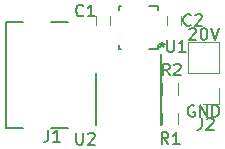
<source format=gto>
G04 #@! TF.GenerationSoftware,KiCad,Pcbnew,(5.1.10)-1*
G04 #@! TF.CreationDate,2021-08-01T16:11:52+09:00*
G04 #@! TF.ProjectId,IP2721_15V,49503237-3231-45f3-9135-562e6b696361,rev?*
G04 #@! TF.SameCoordinates,Original*
G04 #@! TF.FileFunction,Legend,Top*
G04 #@! TF.FilePolarity,Positive*
%FSLAX46Y46*%
G04 Gerber Fmt 4.6, Leading zero omitted, Abs format (unit mm)*
G04 Created by KiCad (PCBNEW (5.1.10)-1) date 2021-08-01 16:11:52*
%MOMM*%
%LPD*%
G01*
G04 APERTURE LIST*
%ADD10C,0.150000*%
%ADD11C,0.120000*%
%ADD12C,0.127000*%
%ADD13C,0.152400*%
G04 APERTURE END LIST*
D10*
X147438095Y-82600000D02*
X147342857Y-82552380D01*
X147200000Y-82552380D01*
X147057142Y-82600000D01*
X146961904Y-82695238D01*
X146914285Y-82790476D01*
X146866666Y-82980952D01*
X146866666Y-83123809D01*
X146914285Y-83314285D01*
X146961904Y-83409523D01*
X147057142Y-83504761D01*
X147200000Y-83552380D01*
X147295238Y-83552380D01*
X147438095Y-83504761D01*
X147485714Y-83457142D01*
X147485714Y-83123809D01*
X147295238Y-83123809D01*
X147914285Y-83552380D02*
X147914285Y-82552380D01*
X148485714Y-83552380D01*
X148485714Y-82552380D01*
X148961904Y-83552380D02*
X148961904Y-82552380D01*
X149200000Y-82552380D01*
X149342857Y-82600000D01*
X149438095Y-82695238D01*
X149485714Y-82790476D01*
X149533333Y-82980952D01*
X149533333Y-83123809D01*
X149485714Y-83314285D01*
X149438095Y-83409523D01*
X149342857Y-83504761D01*
X149200000Y-83552380D01*
X148961904Y-83552380D01*
X147009523Y-76147619D02*
X147057142Y-76100000D01*
X147152380Y-76052380D01*
X147390476Y-76052380D01*
X147485714Y-76100000D01*
X147533333Y-76147619D01*
X147580952Y-76242857D01*
X147580952Y-76338095D01*
X147533333Y-76480952D01*
X146961904Y-77052380D01*
X147580952Y-77052380D01*
X148200000Y-76052380D02*
X148295238Y-76052380D01*
X148390476Y-76100000D01*
X148438095Y-76147619D01*
X148485714Y-76242857D01*
X148533333Y-76433333D01*
X148533333Y-76671428D01*
X148485714Y-76861904D01*
X148438095Y-76957142D01*
X148390476Y-77004761D01*
X148295238Y-77052380D01*
X148200000Y-77052380D01*
X148104761Y-77004761D01*
X148057142Y-76957142D01*
X148009523Y-76861904D01*
X147961904Y-76671428D01*
X147961904Y-76433333D01*
X148009523Y-76242857D01*
X148057142Y-76147619D01*
X148104761Y-76100000D01*
X148200000Y-76052380D01*
X148819047Y-76052380D02*
X149152380Y-77052380D01*
X149485714Y-76052380D01*
D11*
X139100000Y-75750000D02*
X139100000Y-75050000D01*
X140300000Y-75050000D02*
X140300000Y-75750000D01*
X146300000Y-75050000D02*
X146300000Y-75750000D01*
X145100000Y-75750000D02*
X145100000Y-75050000D01*
D12*
X131500000Y-75530000D02*
X131500000Y-84470000D01*
X135270000Y-84470000D02*
X136730000Y-84470000D01*
X131500000Y-84470000D02*
X132930000Y-84470000D01*
X135270000Y-75530000D02*
X136730000Y-75530000D01*
X131500000Y-75530000D02*
X132930000Y-75530000D01*
D11*
X149530000Y-77230000D02*
X146870000Y-77230000D01*
X149530000Y-79830000D02*
X149530000Y-77230000D01*
X146870000Y-79830000D02*
X146870000Y-77230000D01*
X149530000Y-79830000D02*
X146870000Y-79830000D01*
X149530000Y-81100000D02*
X149530000Y-82430000D01*
X149530000Y-82430000D02*
X148200000Y-82430000D01*
X144720000Y-84200000D02*
X144720000Y-83200000D01*
X146080000Y-83200000D02*
X146080000Y-84200000D01*
X146080000Y-80700000D02*
X146080000Y-81700000D01*
X144720000Y-81700000D02*
X144720000Y-80700000D01*
D13*
X143629850Y-77828800D02*
X144325600Y-77828800D01*
X141262150Y-74171200D02*
X141074400Y-74171200D01*
X141074400Y-77460139D02*
X141074400Y-77828800D01*
X144325600Y-74539861D02*
X144325600Y-74171200D01*
X144325600Y-77828800D02*
X144325600Y-77460139D01*
X141074400Y-77828800D02*
X141262150Y-77828800D01*
X141074400Y-74171200D02*
X141074400Y-74539861D01*
X144325600Y-74171200D02*
X143629850Y-74171200D01*
D10*
X139075000Y-79850000D02*
X139075000Y-84250000D01*
X144600000Y-78275000D02*
X144600000Y-84250000D01*
X138033333Y-74957142D02*
X137985714Y-75004761D01*
X137842857Y-75052380D01*
X137747619Y-75052380D01*
X137604761Y-75004761D01*
X137509523Y-74909523D01*
X137461904Y-74814285D01*
X137414285Y-74623809D01*
X137414285Y-74480952D01*
X137461904Y-74290476D01*
X137509523Y-74195238D01*
X137604761Y-74100000D01*
X137747619Y-74052380D01*
X137842857Y-74052380D01*
X137985714Y-74100000D01*
X138033333Y-74147619D01*
X138985714Y-75052380D02*
X138414285Y-75052380D01*
X138700000Y-75052380D02*
X138700000Y-74052380D01*
X138604761Y-74195238D01*
X138509523Y-74290476D01*
X138414285Y-74338095D01*
X147133333Y-75757142D02*
X147085714Y-75804761D01*
X146942857Y-75852380D01*
X146847619Y-75852380D01*
X146704761Y-75804761D01*
X146609523Y-75709523D01*
X146561904Y-75614285D01*
X146514285Y-75423809D01*
X146514285Y-75280952D01*
X146561904Y-75090476D01*
X146609523Y-74995238D01*
X146704761Y-74900000D01*
X146847619Y-74852380D01*
X146942857Y-74852380D01*
X147085714Y-74900000D01*
X147133333Y-74947619D01*
X147514285Y-74947619D02*
X147561904Y-74900000D01*
X147657142Y-74852380D01*
X147895238Y-74852380D01*
X147990476Y-74900000D01*
X148038095Y-74947619D01*
X148085714Y-75042857D01*
X148085714Y-75138095D01*
X148038095Y-75280952D01*
X147466666Y-75852380D01*
X148085714Y-75852380D01*
X135066666Y-84652380D02*
X135066666Y-85366666D01*
X135019047Y-85509523D01*
X134923809Y-85604761D01*
X134780952Y-85652380D01*
X134685714Y-85652380D01*
X136066666Y-85652380D02*
X135495238Y-85652380D01*
X135780952Y-85652380D02*
X135780952Y-84652380D01*
X135685714Y-84795238D01*
X135590476Y-84890476D01*
X135495238Y-84938095D01*
X148066666Y-83652380D02*
X148066666Y-84366666D01*
X148019047Y-84509523D01*
X147923809Y-84604761D01*
X147780952Y-84652380D01*
X147685714Y-84652380D01*
X148495238Y-83747619D02*
X148542857Y-83700000D01*
X148638095Y-83652380D01*
X148876190Y-83652380D01*
X148971428Y-83700000D01*
X149019047Y-83747619D01*
X149066666Y-83842857D01*
X149066666Y-83938095D01*
X149019047Y-84080952D01*
X148447619Y-84652380D01*
X149066666Y-84652380D01*
X145233333Y-85852380D02*
X144900000Y-85376190D01*
X144661904Y-85852380D02*
X144661904Y-84852380D01*
X145042857Y-84852380D01*
X145138095Y-84900000D01*
X145185714Y-84947619D01*
X145233333Y-85042857D01*
X145233333Y-85185714D01*
X145185714Y-85280952D01*
X145138095Y-85328571D01*
X145042857Y-85376190D01*
X144661904Y-85376190D01*
X146185714Y-85852380D02*
X145614285Y-85852380D01*
X145900000Y-85852380D02*
X145900000Y-84852380D01*
X145804761Y-84995238D01*
X145709523Y-85090476D01*
X145614285Y-85138095D01*
X145333333Y-80052380D02*
X145000000Y-79576190D01*
X144761904Y-80052380D02*
X144761904Y-79052380D01*
X145142857Y-79052380D01*
X145238095Y-79100000D01*
X145285714Y-79147619D01*
X145333333Y-79242857D01*
X145333333Y-79385714D01*
X145285714Y-79480952D01*
X145238095Y-79528571D01*
X145142857Y-79576190D01*
X144761904Y-79576190D01*
X145714285Y-79147619D02*
X145761904Y-79100000D01*
X145857142Y-79052380D01*
X146095238Y-79052380D01*
X146190476Y-79100000D01*
X146238095Y-79147619D01*
X146285714Y-79242857D01*
X146285714Y-79338095D01*
X146238095Y-79480952D01*
X145666666Y-80052380D01*
X146285714Y-80052380D01*
X145138095Y-77052380D02*
X145138095Y-77861904D01*
X145185714Y-77957142D01*
X145233333Y-78004761D01*
X145328571Y-78052380D01*
X145519047Y-78052380D01*
X145614285Y-78004761D01*
X145661904Y-77957142D01*
X145709523Y-77861904D01*
X145709523Y-77052380D01*
X146709523Y-78052380D02*
X146138095Y-78052380D01*
X146423809Y-78052380D02*
X146423809Y-77052380D01*
X146328571Y-77195238D01*
X146233333Y-77290476D01*
X146138095Y-77338095D01*
X144700000Y-77252380D02*
X144700000Y-77490476D01*
X144461904Y-77395238D02*
X144700000Y-77490476D01*
X144938095Y-77395238D01*
X144557142Y-77680952D02*
X144700000Y-77490476D01*
X144842857Y-77680952D01*
X137438095Y-84902380D02*
X137438095Y-85711904D01*
X137485714Y-85807142D01*
X137533333Y-85854761D01*
X137628571Y-85902380D01*
X137819047Y-85902380D01*
X137914285Y-85854761D01*
X137961904Y-85807142D01*
X138009523Y-85711904D01*
X138009523Y-84902380D01*
X138438095Y-84997619D02*
X138485714Y-84950000D01*
X138580952Y-84902380D01*
X138819047Y-84902380D01*
X138914285Y-84950000D01*
X138961904Y-84997619D01*
X139009523Y-85092857D01*
X139009523Y-85188095D01*
X138961904Y-85330952D01*
X138390476Y-85902380D01*
X139009523Y-85902380D01*
M02*

</source>
